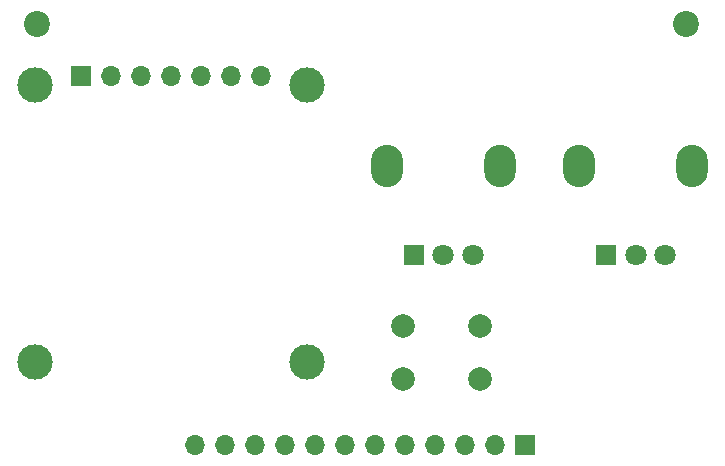
<source format=gts>
G04 #@! TF.GenerationSoftware,KiCad,Pcbnew,7.0.10*
G04 #@! TF.CreationDate,2024-01-29T09:48:01-06:00*
G04 #@! TF.ProjectId,oled_expander,6f6c6564-5f65-4787-9061-6e6465722e6b,1.1*
G04 #@! TF.SameCoordinates,Original*
G04 #@! TF.FileFunction,Soldermask,Top*
G04 #@! TF.FilePolarity,Negative*
%FSLAX46Y46*%
G04 Gerber Fmt 4.6, Leading zero omitted, Abs format (unit mm)*
G04 Created by KiCad (PCBNEW 7.0.10) date 2024-01-29 09:48:01*
%MOMM*%
%LPD*%
G01*
G04 APERTURE LIST*
%ADD10C,2.000000*%
%ADD11C,2.200000*%
%ADD12O,2.720000X3.580000*%
%ADD13O,2.696000X3.580000*%
%ADD14R,1.800000X1.800000*%
%ADD15C,1.800000*%
%ADD16C,3.000000*%
%ADD17R,1.700000X1.700000*%
%ADD18O,1.700000X1.700000*%
G04 APERTURE END LIST*
D10*
X94742893Y-80292893D03*
X88242893Y-80292893D03*
X94742893Y-75792893D03*
X88242893Y-75792893D03*
D11*
X112250000Y-50250000D03*
D12*
X103152893Y-62322893D03*
D13*
X112740893Y-62310893D03*
D14*
X105452893Y-69822893D03*
D15*
X107952893Y-69822893D03*
X110452893Y-69822893D03*
D12*
X86860000Y-62322893D03*
D13*
X96448000Y-62310893D03*
D14*
X89160000Y-69822893D03*
D15*
X91660000Y-69822893D03*
X94160000Y-69822893D03*
D11*
X57250000Y-50250000D03*
D16*
X57092893Y-55392893D03*
X57092893Y-78892893D03*
X80092893Y-55392893D03*
X80092893Y-78892893D03*
D17*
X60972893Y-54662893D03*
D18*
X63512893Y-54662893D03*
X66052893Y-54662893D03*
X68592893Y-54662893D03*
X71132893Y-54662893D03*
X73672893Y-54662893D03*
X76212893Y-54662893D03*
D17*
X98592893Y-85892893D03*
D18*
X96052893Y-85892893D03*
X93512893Y-85892893D03*
X90972893Y-85892893D03*
X88432893Y-85892893D03*
X85892893Y-85892893D03*
X83352893Y-85892893D03*
X80812893Y-85892893D03*
X78272893Y-85892893D03*
X75732893Y-85892893D03*
X73192893Y-85892893D03*
X70652893Y-85892893D03*
M02*

</source>
